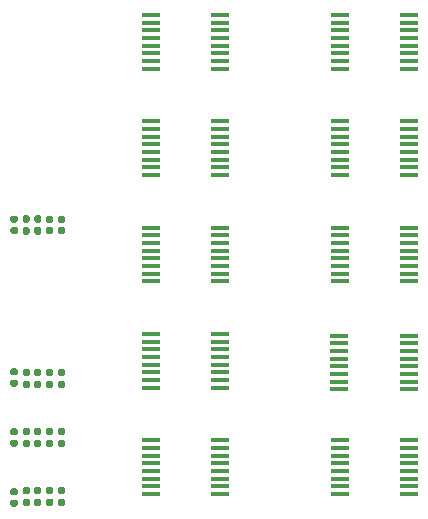
<source format=gbr>
G04 #@! TF.GenerationSoftware,KiCad,Pcbnew,5.1.6-c6e7f7d~86~ubuntu20.04.1*
G04 #@! TF.CreationDate,2020-05-29T21:56:25+02:00*
G04 #@! TF.ProjectId,Fulvetta,46756c76-6574-4746-912e-6b696361645f,rev?*
G04 #@! TF.SameCoordinates,Original*
G04 #@! TF.FileFunction,Paste,Top*
G04 #@! TF.FilePolarity,Positive*
%FSLAX46Y46*%
G04 Gerber Fmt 4.6, Leading zero omitted, Abs format (unit mm)*
G04 Created by KiCad (PCBNEW 5.1.6-c6e7f7d~86~ubuntu20.04.1) date 2020-05-29 21:56:25*
%MOMM*%
%LPD*%
G01*
G04 APERTURE LIST*
%ADD10R,1.500000X0.450000*%
G04 APERTURE END LIST*
G36*
G01*
X157307500Y-115760000D02*
X157652500Y-115760000D01*
G75*
G02*
X157800000Y-115907500I0J-147500D01*
G01*
X157800000Y-116202500D01*
G75*
G02*
X157652500Y-116350000I-147500J0D01*
G01*
X157307500Y-116350000D01*
G75*
G02*
X157160000Y-116202500I0J147500D01*
G01*
X157160000Y-115907500D01*
G75*
G02*
X157307500Y-115760000I147500J0D01*
G01*
G37*
G36*
G01*
X157307500Y-114790000D02*
X157652500Y-114790000D01*
G75*
G02*
X157800000Y-114937500I0J-147500D01*
G01*
X157800000Y-115232500D01*
G75*
G02*
X157652500Y-115380000I-147500J0D01*
G01*
X157307500Y-115380000D01*
G75*
G02*
X157160000Y-115232500I0J147500D01*
G01*
X157160000Y-114937500D01*
G75*
G02*
X157307500Y-114790000I147500J0D01*
G01*
G37*
G36*
G01*
X157307500Y-110680000D02*
X157652500Y-110680000D01*
G75*
G02*
X157800000Y-110827500I0J-147500D01*
G01*
X157800000Y-111122500D01*
G75*
G02*
X157652500Y-111270000I-147500J0D01*
G01*
X157307500Y-111270000D01*
G75*
G02*
X157160000Y-111122500I0J147500D01*
G01*
X157160000Y-110827500D01*
G75*
G02*
X157307500Y-110680000I147500J0D01*
G01*
G37*
G36*
G01*
X157307500Y-109710000D02*
X157652500Y-109710000D01*
G75*
G02*
X157800000Y-109857500I0J-147500D01*
G01*
X157800000Y-110152500D01*
G75*
G02*
X157652500Y-110300000I-147500J0D01*
G01*
X157307500Y-110300000D01*
G75*
G02*
X157160000Y-110152500I0J147500D01*
G01*
X157160000Y-109857500D01*
G75*
G02*
X157307500Y-109710000I147500J0D01*
G01*
G37*
G36*
G01*
X157307500Y-105600000D02*
X157652500Y-105600000D01*
G75*
G02*
X157800000Y-105747500I0J-147500D01*
G01*
X157800000Y-106042500D01*
G75*
G02*
X157652500Y-106190000I-147500J0D01*
G01*
X157307500Y-106190000D01*
G75*
G02*
X157160000Y-106042500I0J147500D01*
G01*
X157160000Y-105747500D01*
G75*
G02*
X157307500Y-105600000I147500J0D01*
G01*
G37*
G36*
G01*
X157307500Y-104630000D02*
X157652500Y-104630000D01*
G75*
G02*
X157800000Y-104777500I0J-147500D01*
G01*
X157800000Y-105072500D01*
G75*
G02*
X157652500Y-105220000I-147500J0D01*
G01*
X157307500Y-105220000D01*
G75*
G02*
X157160000Y-105072500I0J147500D01*
G01*
X157160000Y-104777500D01*
G75*
G02*
X157307500Y-104630000I147500J0D01*
G01*
G37*
G36*
G01*
X157327500Y-92690000D02*
X157672500Y-92690000D01*
G75*
G02*
X157820000Y-92837500I0J-147500D01*
G01*
X157820000Y-93132500D01*
G75*
G02*
X157672500Y-93280000I-147500J0D01*
G01*
X157327500Y-93280000D01*
G75*
G02*
X157180000Y-93132500I0J147500D01*
G01*
X157180000Y-92837500D01*
G75*
G02*
X157327500Y-92690000I147500J0D01*
G01*
G37*
G36*
G01*
X157327500Y-91720000D02*
X157672500Y-91720000D01*
G75*
G02*
X157820000Y-91867500I0J-147500D01*
G01*
X157820000Y-92162500D01*
G75*
G02*
X157672500Y-92310000I-147500J0D01*
G01*
X157327500Y-92310000D01*
G75*
G02*
X157180000Y-92162500I0J147500D01*
G01*
X157180000Y-91867500D01*
G75*
G02*
X157327500Y-91720000I147500J0D01*
G01*
G37*
G36*
G01*
X160327500Y-92690000D02*
X160672500Y-92690000D01*
G75*
G02*
X160820000Y-92837500I0J-147500D01*
G01*
X160820000Y-93132500D01*
G75*
G02*
X160672500Y-93280000I-147500J0D01*
G01*
X160327500Y-93280000D01*
G75*
G02*
X160180000Y-93132500I0J147500D01*
G01*
X160180000Y-92837500D01*
G75*
G02*
X160327500Y-92690000I147500J0D01*
G01*
G37*
G36*
G01*
X160327500Y-91720000D02*
X160672500Y-91720000D01*
G75*
G02*
X160820000Y-91867500I0J-147500D01*
G01*
X160820000Y-92162500D01*
G75*
G02*
X160672500Y-92310000I-147500J0D01*
G01*
X160327500Y-92310000D01*
G75*
G02*
X160180000Y-92162500I0J147500D01*
G01*
X160180000Y-91867500D01*
G75*
G02*
X160327500Y-91720000I147500J0D01*
G01*
G37*
G36*
G01*
X161672500Y-92310000D02*
X161327500Y-92310000D01*
G75*
G02*
X161180000Y-92162500I0J147500D01*
G01*
X161180000Y-91867500D01*
G75*
G02*
X161327500Y-91720000I147500J0D01*
G01*
X161672500Y-91720000D01*
G75*
G02*
X161820000Y-91867500I0J-147500D01*
G01*
X161820000Y-92162500D01*
G75*
G02*
X161672500Y-92310000I-147500J0D01*
G01*
G37*
G36*
G01*
X161672500Y-93280000D02*
X161327500Y-93280000D01*
G75*
G02*
X161180000Y-93132500I0J147500D01*
G01*
X161180000Y-92837500D01*
G75*
G02*
X161327500Y-92690000I147500J0D01*
G01*
X161672500Y-92690000D01*
G75*
G02*
X161820000Y-92837500I0J-147500D01*
G01*
X161820000Y-93132500D01*
G75*
G02*
X161672500Y-93280000I-147500J0D01*
G01*
G37*
G36*
G01*
X160327500Y-105690000D02*
X160672500Y-105690000D01*
G75*
G02*
X160820000Y-105837500I0J-147500D01*
G01*
X160820000Y-106132500D01*
G75*
G02*
X160672500Y-106280000I-147500J0D01*
G01*
X160327500Y-106280000D01*
G75*
G02*
X160180000Y-106132500I0J147500D01*
G01*
X160180000Y-105837500D01*
G75*
G02*
X160327500Y-105690000I147500J0D01*
G01*
G37*
G36*
G01*
X160327500Y-104720000D02*
X160672500Y-104720000D01*
G75*
G02*
X160820000Y-104867500I0J-147500D01*
G01*
X160820000Y-105162500D01*
G75*
G02*
X160672500Y-105310000I-147500J0D01*
G01*
X160327500Y-105310000D01*
G75*
G02*
X160180000Y-105162500I0J147500D01*
G01*
X160180000Y-104867500D01*
G75*
G02*
X160327500Y-104720000I147500J0D01*
G01*
G37*
G36*
G01*
X161672500Y-105310000D02*
X161327500Y-105310000D01*
G75*
G02*
X161180000Y-105162500I0J147500D01*
G01*
X161180000Y-104867500D01*
G75*
G02*
X161327500Y-104720000I147500J0D01*
G01*
X161672500Y-104720000D01*
G75*
G02*
X161820000Y-104867500I0J-147500D01*
G01*
X161820000Y-105162500D01*
G75*
G02*
X161672500Y-105310000I-147500J0D01*
G01*
G37*
G36*
G01*
X161672500Y-106280000D02*
X161327500Y-106280000D01*
G75*
G02*
X161180000Y-106132500I0J147500D01*
G01*
X161180000Y-105837500D01*
G75*
G02*
X161327500Y-105690000I147500J0D01*
G01*
X161672500Y-105690000D01*
G75*
G02*
X161820000Y-105837500I0J-147500D01*
G01*
X161820000Y-106132500D01*
G75*
G02*
X161672500Y-106280000I-147500J0D01*
G01*
G37*
G36*
G01*
X160327500Y-110690000D02*
X160672500Y-110690000D01*
G75*
G02*
X160820000Y-110837500I0J-147500D01*
G01*
X160820000Y-111132500D01*
G75*
G02*
X160672500Y-111280000I-147500J0D01*
G01*
X160327500Y-111280000D01*
G75*
G02*
X160180000Y-111132500I0J147500D01*
G01*
X160180000Y-110837500D01*
G75*
G02*
X160327500Y-110690000I147500J0D01*
G01*
G37*
G36*
G01*
X160327500Y-109720000D02*
X160672500Y-109720000D01*
G75*
G02*
X160820000Y-109867500I0J-147500D01*
G01*
X160820000Y-110162500D01*
G75*
G02*
X160672500Y-110310000I-147500J0D01*
G01*
X160327500Y-110310000D01*
G75*
G02*
X160180000Y-110162500I0J147500D01*
G01*
X160180000Y-109867500D01*
G75*
G02*
X160327500Y-109720000I147500J0D01*
G01*
G37*
G36*
G01*
X161672500Y-110310000D02*
X161327500Y-110310000D01*
G75*
G02*
X161180000Y-110162500I0J147500D01*
G01*
X161180000Y-109867500D01*
G75*
G02*
X161327500Y-109720000I147500J0D01*
G01*
X161672500Y-109720000D01*
G75*
G02*
X161820000Y-109867500I0J-147500D01*
G01*
X161820000Y-110162500D01*
G75*
G02*
X161672500Y-110310000I-147500J0D01*
G01*
G37*
G36*
G01*
X161672500Y-111280000D02*
X161327500Y-111280000D01*
G75*
G02*
X161180000Y-111132500I0J147500D01*
G01*
X161180000Y-110837500D01*
G75*
G02*
X161327500Y-110690000I147500J0D01*
G01*
X161672500Y-110690000D01*
G75*
G02*
X161820000Y-110837500I0J-147500D01*
G01*
X161820000Y-111132500D01*
G75*
G02*
X161672500Y-111280000I-147500J0D01*
G01*
G37*
G36*
G01*
X160327500Y-115675000D02*
X160672500Y-115675000D01*
G75*
G02*
X160820000Y-115822500I0J-147500D01*
G01*
X160820000Y-116117500D01*
G75*
G02*
X160672500Y-116265000I-147500J0D01*
G01*
X160327500Y-116265000D01*
G75*
G02*
X160180000Y-116117500I0J147500D01*
G01*
X160180000Y-115822500D01*
G75*
G02*
X160327500Y-115675000I147500J0D01*
G01*
G37*
G36*
G01*
X160327500Y-114705000D02*
X160672500Y-114705000D01*
G75*
G02*
X160820000Y-114852500I0J-147500D01*
G01*
X160820000Y-115147500D01*
G75*
G02*
X160672500Y-115295000I-147500J0D01*
G01*
X160327500Y-115295000D01*
G75*
G02*
X160180000Y-115147500I0J147500D01*
G01*
X160180000Y-114852500D01*
G75*
G02*
X160327500Y-114705000I147500J0D01*
G01*
G37*
G36*
G01*
X161672500Y-115310000D02*
X161327500Y-115310000D01*
G75*
G02*
X161180000Y-115162500I0J147500D01*
G01*
X161180000Y-114867500D01*
G75*
G02*
X161327500Y-114720000I147500J0D01*
G01*
X161672500Y-114720000D01*
G75*
G02*
X161820000Y-114867500I0J-147500D01*
G01*
X161820000Y-115162500D01*
G75*
G02*
X161672500Y-115310000I-147500J0D01*
G01*
G37*
G36*
G01*
X161672500Y-116280000D02*
X161327500Y-116280000D01*
G75*
G02*
X161180000Y-116132500I0J147500D01*
G01*
X161180000Y-115837500D01*
G75*
G02*
X161327500Y-115690000I147500J0D01*
G01*
X161672500Y-115690000D01*
G75*
G02*
X161820000Y-115837500I0J-147500D01*
G01*
X161820000Y-116132500D01*
G75*
G02*
X161672500Y-116280000I-147500J0D01*
G01*
G37*
G36*
G01*
X159190000Y-116172500D02*
X159190000Y-115827500D01*
G75*
G02*
X159337500Y-115680000I147500J0D01*
G01*
X159632500Y-115680000D01*
G75*
G02*
X159780000Y-115827500I0J-147500D01*
G01*
X159780000Y-116172500D01*
G75*
G02*
X159632500Y-116320000I-147500J0D01*
G01*
X159337500Y-116320000D01*
G75*
G02*
X159190000Y-116172500I0J147500D01*
G01*
G37*
G36*
G01*
X158220000Y-116172500D02*
X158220000Y-115827500D01*
G75*
G02*
X158367500Y-115680000I147500J0D01*
G01*
X158662500Y-115680000D01*
G75*
G02*
X158810000Y-115827500I0J-147500D01*
G01*
X158810000Y-116172500D01*
G75*
G02*
X158662500Y-116320000I-147500J0D01*
G01*
X158367500Y-116320000D01*
G75*
G02*
X158220000Y-116172500I0J147500D01*
G01*
G37*
G36*
G01*
X159190000Y-115172500D02*
X159190000Y-114827500D01*
G75*
G02*
X159337500Y-114680000I147500J0D01*
G01*
X159632500Y-114680000D01*
G75*
G02*
X159780000Y-114827500I0J-147500D01*
G01*
X159780000Y-115172500D01*
G75*
G02*
X159632500Y-115320000I-147500J0D01*
G01*
X159337500Y-115320000D01*
G75*
G02*
X159190000Y-115172500I0J147500D01*
G01*
G37*
G36*
G01*
X158220000Y-115172500D02*
X158220000Y-114827500D01*
G75*
G02*
X158367500Y-114680000I147500J0D01*
G01*
X158662500Y-114680000D01*
G75*
G02*
X158810000Y-114827500I0J-147500D01*
G01*
X158810000Y-115172500D01*
G75*
G02*
X158662500Y-115320000I-147500J0D01*
G01*
X158367500Y-115320000D01*
G75*
G02*
X158220000Y-115172500I0J147500D01*
G01*
G37*
G36*
G01*
X159190000Y-111172500D02*
X159190000Y-110827500D01*
G75*
G02*
X159337500Y-110680000I147500J0D01*
G01*
X159632500Y-110680000D01*
G75*
G02*
X159780000Y-110827500I0J-147500D01*
G01*
X159780000Y-111172500D01*
G75*
G02*
X159632500Y-111320000I-147500J0D01*
G01*
X159337500Y-111320000D01*
G75*
G02*
X159190000Y-111172500I0J147500D01*
G01*
G37*
G36*
G01*
X158220000Y-111172500D02*
X158220000Y-110827500D01*
G75*
G02*
X158367500Y-110680000I147500J0D01*
G01*
X158662500Y-110680000D01*
G75*
G02*
X158810000Y-110827500I0J-147500D01*
G01*
X158810000Y-111172500D01*
G75*
G02*
X158662500Y-111320000I-147500J0D01*
G01*
X158367500Y-111320000D01*
G75*
G02*
X158220000Y-111172500I0J147500D01*
G01*
G37*
G36*
G01*
X159190000Y-110172500D02*
X159190000Y-109827500D01*
G75*
G02*
X159337500Y-109680000I147500J0D01*
G01*
X159632500Y-109680000D01*
G75*
G02*
X159780000Y-109827500I0J-147500D01*
G01*
X159780000Y-110172500D01*
G75*
G02*
X159632500Y-110320000I-147500J0D01*
G01*
X159337500Y-110320000D01*
G75*
G02*
X159190000Y-110172500I0J147500D01*
G01*
G37*
G36*
G01*
X158220000Y-110172500D02*
X158220000Y-109827500D01*
G75*
G02*
X158367500Y-109680000I147500J0D01*
G01*
X158662500Y-109680000D01*
G75*
G02*
X158810000Y-109827500I0J-147500D01*
G01*
X158810000Y-110172500D01*
G75*
G02*
X158662500Y-110320000I-147500J0D01*
G01*
X158367500Y-110320000D01*
G75*
G02*
X158220000Y-110172500I0J147500D01*
G01*
G37*
G36*
G01*
X159190000Y-106172500D02*
X159190000Y-105827500D01*
G75*
G02*
X159337500Y-105680000I147500J0D01*
G01*
X159632500Y-105680000D01*
G75*
G02*
X159780000Y-105827500I0J-147500D01*
G01*
X159780000Y-106172500D01*
G75*
G02*
X159632500Y-106320000I-147500J0D01*
G01*
X159337500Y-106320000D01*
G75*
G02*
X159190000Y-106172500I0J147500D01*
G01*
G37*
G36*
G01*
X158220000Y-106172500D02*
X158220000Y-105827500D01*
G75*
G02*
X158367500Y-105680000I147500J0D01*
G01*
X158662500Y-105680000D01*
G75*
G02*
X158810000Y-105827500I0J-147500D01*
G01*
X158810000Y-106172500D01*
G75*
G02*
X158662500Y-106320000I-147500J0D01*
G01*
X158367500Y-106320000D01*
G75*
G02*
X158220000Y-106172500I0J147500D01*
G01*
G37*
G36*
G01*
X159190000Y-105172500D02*
X159190000Y-104827500D01*
G75*
G02*
X159337500Y-104680000I147500J0D01*
G01*
X159632500Y-104680000D01*
G75*
G02*
X159780000Y-104827500I0J-147500D01*
G01*
X159780000Y-105172500D01*
G75*
G02*
X159632500Y-105320000I-147500J0D01*
G01*
X159337500Y-105320000D01*
G75*
G02*
X159190000Y-105172500I0J147500D01*
G01*
G37*
G36*
G01*
X158220000Y-105172500D02*
X158220000Y-104827500D01*
G75*
G02*
X158367500Y-104680000I147500J0D01*
G01*
X158662500Y-104680000D01*
G75*
G02*
X158810000Y-104827500I0J-147500D01*
G01*
X158810000Y-105172500D01*
G75*
G02*
X158662500Y-105320000I-147500J0D01*
G01*
X158367500Y-105320000D01*
G75*
G02*
X158220000Y-105172500I0J147500D01*
G01*
G37*
G36*
G01*
X159190000Y-93172500D02*
X159190000Y-92827500D01*
G75*
G02*
X159337500Y-92680000I147500J0D01*
G01*
X159632500Y-92680000D01*
G75*
G02*
X159780000Y-92827500I0J-147500D01*
G01*
X159780000Y-93172500D01*
G75*
G02*
X159632500Y-93320000I-147500J0D01*
G01*
X159337500Y-93320000D01*
G75*
G02*
X159190000Y-93172500I0J147500D01*
G01*
G37*
G36*
G01*
X158220000Y-93172500D02*
X158220000Y-92827500D01*
G75*
G02*
X158367500Y-92680000I147500J0D01*
G01*
X158662500Y-92680000D01*
G75*
G02*
X158810000Y-92827500I0J-147500D01*
G01*
X158810000Y-93172500D01*
G75*
G02*
X158662500Y-93320000I-147500J0D01*
G01*
X158367500Y-93320000D01*
G75*
G02*
X158220000Y-93172500I0J147500D01*
G01*
G37*
G36*
G01*
X159190000Y-92172500D02*
X159190000Y-91827500D01*
G75*
G02*
X159337500Y-91680000I147500J0D01*
G01*
X159632500Y-91680000D01*
G75*
G02*
X159780000Y-91827500I0J-147500D01*
G01*
X159780000Y-92172500D01*
G75*
G02*
X159632500Y-92320000I-147500J0D01*
G01*
X159337500Y-92320000D01*
G75*
G02*
X159190000Y-92172500I0J147500D01*
G01*
G37*
G36*
G01*
X158220000Y-92172500D02*
X158220000Y-91827500D01*
G75*
G02*
X158367500Y-91680000I147500J0D01*
G01*
X158662500Y-91680000D01*
G75*
G02*
X158810000Y-91827500I0J-147500D01*
G01*
X158810000Y-92172500D01*
G75*
G02*
X158662500Y-92320000I-147500J0D01*
G01*
X158367500Y-92320000D01*
G75*
G02*
X158220000Y-92172500I0J147500D01*
G01*
G37*
D10*
X190950000Y-110725000D03*
X190950000Y-111375000D03*
X190950000Y-112025000D03*
X190950000Y-112675000D03*
X190950000Y-113325000D03*
X190950000Y-113975000D03*
X190950000Y-114625000D03*
X190950000Y-115275000D03*
X185050000Y-115275000D03*
X185050000Y-114625000D03*
X185050000Y-113975000D03*
X185050000Y-113325000D03*
X185050000Y-112675000D03*
X185050000Y-112025000D03*
X185050000Y-111375000D03*
X185050000Y-110725000D03*
X174950000Y-110725000D03*
X174950000Y-111375000D03*
X174950000Y-112025000D03*
X174950000Y-112675000D03*
X174950000Y-113325000D03*
X174950000Y-113975000D03*
X174950000Y-114625000D03*
X174950000Y-115275000D03*
X169050000Y-115275000D03*
X169050000Y-114625000D03*
X169050000Y-113975000D03*
X169050000Y-113325000D03*
X169050000Y-112675000D03*
X169050000Y-112025000D03*
X169050000Y-111375000D03*
X169050000Y-110725000D03*
X190910000Y-101865000D03*
X190910000Y-102515000D03*
X190910000Y-103165000D03*
X190910000Y-103815000D03*
X190910000Y-104465000D03*
X190910000Y-105115000D03*
X190910000Y-105765000D03*
X190910000Y-106415000D03*
X185010000Y-106415000D03*
X185010000Y-105765000D03*
X185010000Y-105115000D03*
X185010000Y-104465000D03*
X185010000Y-103815000D03*
X185010000Y-103165000D03*
X185010000Y-102515000D03*
X185010000Y-101865000D03*
X174950000Y-101725000D03*
X174950000Y-102375000D03*
X174950000Y-103025000D03*
X174950000Y-103675000D03*
X174950000Y-104325000D03*
X174950000Y-104975000D03*
X174950000Y-105625000D03*
X174950000Y-106275000D03*
X169050000Y-106275000D03*
X169050000Y-105625000D03*
X169050000Y-104975000D03*
X169050000Y-104325000D03*
X169050000Y-103675000D03*
X169050000Y-103025000D03*
X169050000Y-102375000D03*
X169050000Y-101725000D03*
X190950000Y-92725000D03*
X190950000Y-93375000D03*
X190950000Y-94025000D03*
X190950000Y-94675000D03*
X190950000Y-95325000D03*
X190950000Y-95975000D03*
X190950000Y-96625000D03*
X190950000Y-97275000D03*
X185050000Y-97275000D03*
X185050000Y-96625000D03*
X185050000Y-95975000D03*
X185050000Y-95325000D03*
X185050000Y-94675000D03*
X185050000Y-94025000D03*
X185050000Y-93375000D03*
X185050000Y-92725000D03*
X174950000Y-92725000D03*
X174950000Y-93375000D03*
X174950000Y-94025000D03*
X174950000Y-94675000D03*
X174950000Y-95325000D03*
X174950000Y-95975000D03*
X174950000Y-96625000D03*
X174950000Y-97275000D03*
X169050000Y-97275000D03*
X169050000Y-96625000D03*
X169050000Y-95975000D03*
X169050000Y-95325000D03*
X169050000Y-94675000D03*
X169050000Y-94025000D03*
X169050000Y-93375000D03*
X169050000Y-92725000D03*
X190950000Y-83725000D03*
X190950000Y-84375000D03*
X190950000Y-85025000D03*
X190950000Y-85675000D03*
X190950000Y-86325000D03*
X190950000Y-86975000D03*
X190950000Y-87625000D03*
X190950000Y-88275000D03*
X185050000Y-88275000D03*
X185050000Y-87625000D03*
X185050000Y-86975000D03*
X185050000Y-86325000D03*
X185050000Y-85675000D03*
X185050000Y-85025000D03*
X185050000Y-84375000D03*
X185050000Y-83725000D03*
X174950000Y-83725000D03*
X174950000Y-84375000D03*
X174950000Y-85025000D03*
X174950000Y-85675000D03*
X174950000Y-86325000D03*
X174950000Y-86975000D03*
X174950000Y-87625000D03*
X174950000Y-88275000D03*
X169050000Y-88275000D03*
X169050000Y-87625000D03*
X169050000Y-86975000D03*
X169050000Y-86325000D03*
X169050000Y-85675000D03*
X169050000Y-85025000D03*
X169050000Y-84375000D03*
X169050000Y-83725000D03*
X190950000Y-74725000D03*
X190950000Y-75375000D03*
X190950000Y-76025000D03*
X190950000Y-76675000D03*
X190950000Y-77325000D03*
X190950000Y-77975000D03*
X190950000Y-78625000D03*
X190950000Y-79275000D03*
X185050000Y-79275000D03*
X185050000Y-78625000D03*
X185050000Y-77975000D03*
X185050000Y-77325000D03*
X185050000Y-76675000D03*
X185050000Y-76025000D03*
X185050000Y-75375000D03*
X185050000Y-74725000D03*
X174950000Y-74725000D03*
X174950000Y-75375000D03*
X174950000Y-76025000D03*
X174950000Y-76675000D03*
X174950000Y-77325000D03*
X174950000Y-77975000D03*
X174950000Y-78625000D03*
X174950000Y-79275000D03*
X169050000Y-79275000D03*
X169050000Y-78625000D03*
X169050000Y-77975000D03*
X169050000Y-77325000D03*
X169050000Y-76675000D03*
X169050000Y-76025000D03*
X169050000Y-75375000D03*
X169050000Y-74725000D03*
M02*

</source>
